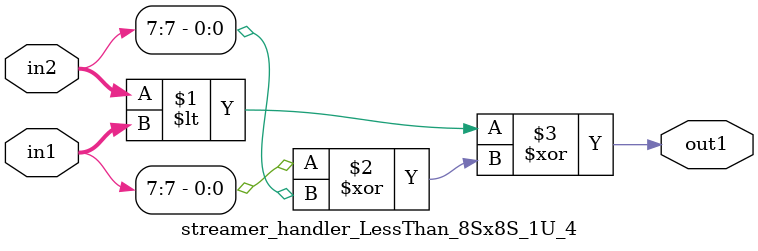
<source format=v>

`timescale 1ps / 1ps


module streamer_handler_LessThan_8Sx8S_1U_4( in2, in1, out1 );

    input [7:0] in2;
    input [7:0] in1;
    output out1;

    
    // rtl_process:streamer_handler_LessThan_8Sx8S_1U_4/streamer_handler_LessThan_8Sx8S_1U_4_thread_1
    assign out1 = (in2 < in1 ^ (in1[7] ^ in2[7]));

endmodule


</source>
